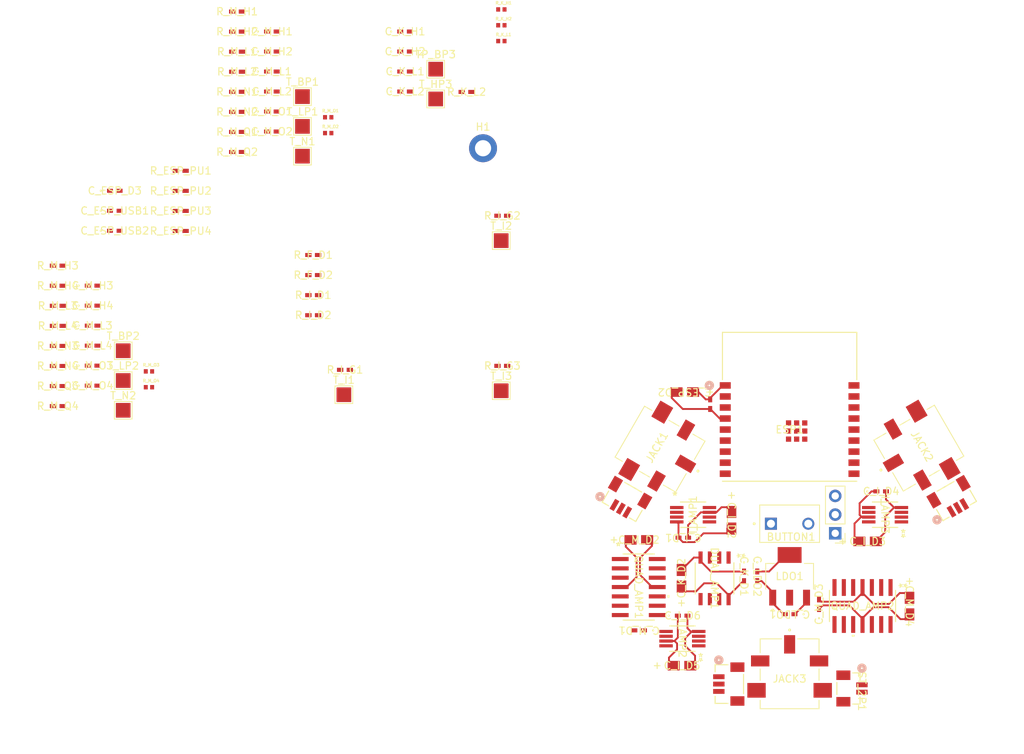
<source format=kicad_pcb>
(kicad_pcb (version 20240108) (generator "pcbnew") (generator_version "8.0")
  (layers (0 "F.Cu" signal) (1 "In1.Cu" signal) (2 "In2.Cu" signal) (31 "B.Cu" signal) (34 "B.Paste" user) (35 "F.Paste" user) (36 "B.SilkS" user "B.Silkscreen") (37 "F.SilkS" user "F.Silkscreen") (38 "B.Mask" user) (39 "F.Mask" user) (44 "Edge.Cuts" user))
  (net 0 "")
  (net 1 "Net-(LDO1-IN)")
  (net 2 "/power_reference1/BAT_+3.7V")
  (net 3 "+3.3V")
  (net 4 "GND")
  (net 5 "/ESP1/D+_G")
  (net 6 "/ESP1/D-_W")
  (net 7 "AMP_OUT3")
  (net 8 "Net-(C_K_H1-Pad2)")
  (net 9 "Net-(DUAL_AMP1-1IN+)")
  (net 10 "F_EKG1")
  (net 11 "Net-(C_K_L1-Pad2)")
  (net 12 "V_F_REF")
  (net 13 "Net-(DUAL_AMP1-2IN+)")
  (net 14 "Net-(QUAD_AMP1-3IN-)")
  (net 15 "Net-(C_M_H1-Pad1)")
  (net 16 "Net-(QUAD_AMP1-4IN+)")
  (net 17 "Net-(C_M_H3-Pad2)")
  (net 18 "Net-(QUAD_AMP2-4IN+)")
  (net 19 "Net-(QUAD_AMP2-3IN-)")
  (net 20 "Net-(C_M_L1-Pad1)")
  (net 21 "Net-(QUAD_AMP1-3IN+)")
  (net 22 "Net-(C_M_L3-Pad1)")
  (net 23 "Net-(QUAD_AMP2-3IN+)")
  (net 24 "Net-(QUAD_AMP1-1IN+)")
  (net 25 "Net-(QUAD_AMP1-4IN-)")
  (net 26 "Net-(QUAD_AMP1-1IN-)")
  (net 27 "Net-(QUAD_AMP1-2OUT)")
  (net 28 "Net-(QUAD_AMP2-4IN-)")
  (net 29 "Net-(QUAD_AMP2-1IN+)")
  (net 30 "Net-(QUAD_AMP2-2OUT)")
  (net 31 "Net-(QUAD_AMP2-1IN-)")
  (net 32 "Net-(DUAL_AMP1-1IN-)")
  (net 33 "LED_DATA2")
  (net 34 "/ESP1/BOOT1")
  (net 35 "LED_DATA3")
  (net 36 "F_EMG1")
  (net 39 "LED_DATA1")
  (net 40 "Net-(ESP1-EN)")
  (net 41 "F_EMG2")
  (net 42 "/amp_phase1/E-")
  (net 43 "Net-(I_AMP1-Rg-Pad8)")
  (net 44 "/amp_phase1/E+")
  (net 45 "V_I_REF")
  (net 46 "AMP_OUT1")
  (net 47 "Net-(I_AMP1-Rg-Pad1)")
  (net 48 "/amp_phase2/E-")
  (net 49 "/amp_phase2/E+")
  (net 50 "AMP_OUT2")
  (net 51 "Net-(I_AMP2-Rg-Pad8)")
  (net 52 "Net-(I_AMP2-Rg-Pad1)")
  (net 53 "/amp_phase3/E+")
  (net 54 "Net-(I_AMP3-Rg-Pad8)")
  (net 55 "Net-(I_AMP3-Rg-Pad1)")
  (net 56 "/amp_phase3/E-")
  (net 57 "Net-(QUAD_AMP1-2IN+)")
  (net 58 "Net-(QUAD_AMP2-2IN+)")
  (net 59 "BONE_REF")
  (net 60 "Net-(ESP1-IO9)")
  (net 61 "Net-(ESP1-IO8)")
  (footprint "Footprints:RC0402N_YAG-M" (layer "F.Cu") (at 37.220243 52.019402)
    (property "Reference" "R_ESP_PU1")
    (property "Value" "RC0402FR-0710KL")
  )
  (footprint "Footprints:RC0402N_YAG-M" (layer "F.Cu") (at 20.510243 70.373802)
    (property "Reference" "R_M_L3")
    (property "Value" "RC0402FR-071K5L")
  )
  (footprint "Footprints:RESC1005X40N" (layer "F.Cu") (at 32.898843 79.290802)
    (property "Reference" "R_M_O3")
    (property "Value" "RC0402FR-072K61L")
  )
  (footprint "Footprints:RC0402N_YAG-M" (layer "F.Cu") (at 44.880243 46.732602)
    (property "Reference" "R_M_Q1")
    (property "Value" "RC0402FR-0710KL")
  )
  (footprint "Footprints:RC0402N_YAG-M" (layer "F.Cu") (at 44.880243 30.369402)
    (property "Reference" "R_M_H1")
    (property "Value" "RC0402FR-0721KL")
  )
  (footprint "TestPoint:TestPoint_Pad_2.0x2.0mm" (layer "F.Cu") (at 53.768843 45.980802)
    (property "Reference" "T_LP1")
    (property "Value" "TestPoint")
  )
  (footprint "TestPoint:TestPoint_Pad_2.0x2.0mm" (layer "F.Cu") (at 71.878843 42.250802)
    (property "Reference" "T_HP3")
    (property "Value" "TestPoint")
  )
  (footprint "Footprints:CAP_CL05_SAM-M" (layer "F.Cu") (at 25.233243 67.634602)
    (property "Reference" "C_M_H3")
    (property "Value" "CL05A105KO5NNNC")
  )
  (footprint "Footprints:CAP_CL05_SAM-M" (layer "F.Cu") (at 124 110.9456 90)
    (property "Reference" "C_M_D3")
    (property "Value" "CL05B104KO5NNNC")
  )
  (footprint "Footprints:RC0402N_YAG-M" (layer "F.Cu") (at 44.880243 44.005402)
    (property "Reference" "R_M_N2")
    (property "Value" "RC0402FR-07100KL")
  )
  (footprint "Footprints:CAP_CL05_SAM-M" (layer "F.Cu") (at 49.603243 35.803802)
    (property "Reference" "C_M_H2")
    (property "Value" "CL05A105KO5NNNC")
  )
  (footprint "Footprints:CAP_CL05_SAM-M" (layer "F.Cu") (at 105.5456 101.9 180)
    (property "Reference" "C_I_D1")
    (property "Value" "CL05B104KO5NNNC")
  )
  (footprint "Footprints:CAP_CL05_SAM-M" (layer "F.Cu") (at 49.603243 43.961402)
    (property "Reference" "C_M_O1")
    (property "Value" "CL05A105KO5NNNC")
  )
  (footprint "Footprints:RC0402N_YAG-M" (layer "F.Cu") (at 20.510243 67.646602)
    (property "Reference" "R_M_H4")
    (property "Value" "RC0402FR-0745K3L")
  )
  (footprint "Footprints:CONN_BM02B-SRSS-TB_JST" (layer "F.Cu") (at 128 122.4 -90)
    (property "Reference" "JST_2P1")
    (property "Value" "BM02B-SRSS-TB LFSN")
  )
  (footprint "Footprints:CAPMP3.4X1.6_1.8N_KEM-M" (layer "F.Cu") (at 99.5 102.2)
    (property "Reference" "C_M_D2")
    (property "Value" "T491A685K016AT")
  )
  (footprint "Connector_PinHeader_2.54mm:PinHeader_1x03_P2.54mm_Vertical" (layer "F.Cu") (at 126.2 101.3 180)
    (property "Reference" "USB_RAW1" (hide yes))
    (property "Value" "USB_RAW")
  )
  (footprint "Footprints:RC0402N_YAG-M" (layer "F.Cu") (at 20.510243 84.009802)
    (property "Reference" "R_M_Q4")
    (property "Value" "RC0402FR-0710KL")
  )
  (footprint "Footprints:D14-M" (layer "F.Cu") (at 129.91 111.1854 -90)
    (property "Reference" "QUAD_AMP2")
    (property "Value" "TLV2464CDR")
  )
  (footprint "TestPoint:TestPoint_Pad_2.0x2.0mm" (layer "F.Cu") (at 29.398843 80.530802)
    (property "Reference" "T_LP2")
    (property "Value" "TestPoint")
  )
  (footprint "Footprints:RC0402N_YAG-M" (layer "F.Cu") (at 37.220243 54.746602)
    (property "Reference" "R_ESP_PU2")
    (property "Value" "RC0402FR-0710KL")
  )
  (footprint "Footprints:CAP_CL05_SAM-M" (layer "F.Cu") (at 49.603243 41.242202)
    (property "Reference" "C_M_L2")
    (property "Value" "CL05B104KO5NNNC")
  )
  (footprint "Footprints:CAPMP3.4X1.6_1.8N_KEM-M" (layer "F.Cu") (at 105.3 107.4146 90)
    (property "Reference" "C_K_D2")
    (property "Value" "T491A685K016AT")
  )
  (footprint "Footprints:CAP_CL05_SAM-M" (layer "F.Cu") (at 28.253243 60.173002)
    (property "Reference" "C_ESP_USB2")
    (property "Value" "CL05C220JB5NNNC")
  )
  (footprint "Footprints:RESC1005X40N" (layer "F.Cu") (at 80.808843 34.380802)
    (property "Reference" "R_K_L1")
    (property "Value" "RC0402FR-0741K2L")
  )
  (footprint "TestPoint:TestPoint_Pad_2.0x2.0mm" (layer "F.Cu") (at 71.878843 38.200802)
    (property "Reference" "TP_BP3")
    (property "Value" "TestPoint")
  )
  (footprint "Footprints:CONN_BM03B-SRSS-TBLFSN_JST" (layer "F.Cu") (at 142.156441 96.599683 -150)
    (property "Reference" "JST_3P2" (hide yes))
    (property "Value" "BM03B-SRSS-TBLFSN")
  )
  (footprint "Footprints:CAP_CL05_SAM-M" (layer "F.Cu") (at 67.713243 33.084602)
    (property "Reference" "C_K_H1")
    (property "Value" "CL05A105KO5NNNC")
  )
  (footprint "Footprints:RC0402N_YAG-M" (layer "F.Cu") (at 37.220243 57.473802)
    (property "Reference" "R_ESP_PU3")
    (property "Value" "RC0402FR-0710KL")
  )
  (footprint "Footprints:CAPMP3.4X1.6_1.8N_KEM-M" (layer "F.Cu") (at 105.7485 82.1 180)
    (property "Reference" "C_ESP_D2")
    (property "Value" "T491A106K010AT")
  )
  (footprint "MountingHole:MountingHole_2.2mm_M2_ISO14580_Pad_TopBottom" (layer "F.Cu") (at 78.318843 48.950802)
    (property "Reference" "H1")
    (property "Value" "MountingHole")
  )
  (footprint "Footprints:RC0402N_YAG-M" (layer "F.Cu") (at 44.880243 33.096602)
    (property "Reference" "R_M_H2")
    (property "Value" "RC0402FR-0745K3L")
  )
  (footprint "TestPoint:TestPoint_Pad_2.0x2.0mm" (layer "F.Cu") (at 59.398843 82.460802)
    (property "Reference" "T_I1")
    (property "Value" "TestPoint")
  )
  (footprint "Footprints:RESC1005X40N" (layer "F.Cu") (at 80.808843 30.080802)
    (property "Reference" "R_K_H1")
    (property "Value" "RC0402FR-07549KL")
  )
  (footprint "Footprints:RC0402N_YAG-M" (layer "F.Cu") (at 44.880243 41.278202)
    (property "Reference" "R_M_N1")
    (property "Value" "RC0402FR-07100KL")
  )
  (footprint "Footprints:CAPMP3.4X1.6_1.8N_KEM-M" (layer "F.Cu") (at 105.36904 119.3)
    (property "Reference" "C_I_D5")
    (property "Value" "T491A106K010AT")
  )
  (footprint "Footprints:RC0402N_YAG-M" (layer "F.Cu") (at 20.510243 75.828202)
    (property "Reference" "R_M_N3")
    (property "Value" "RC0402FR-07100KL")
  )
  (footprint "Footprints:CAP_CL05_SAM-M" (layer "F.Cu") (at 132.4456 95.6)
    (property "Reference" "C_I_D4")
    (property "Value" "CL05B104KO5NNNC")
  )
  (footprint "Footprints:CUI_SJ1-42534-SMT-TR" (layer "F.Cu") (at 120 120.4 90)
    (property "Reference" "JACK3")
    (property "Value" "SJ1-42534-SMT-TR")
  )
  (footprint "Footprints:CAP_CL05_SAM-M" (layer "F.Cu") (at 113.8 107.1544 -90)
    (property "Reference" "C_K_D1")
    (property "Value" "CL05B104KO5NNNC")
  )
  (footprint "Footprints:CONN_BM03B-SRSS-TBLFSN_JST" (layer "F.Cu") (at 111.803401 121.8 90)
    (property "Reference" "JST_3P3" (hide yes))
    (property "Value" "BM03B-SRSS-TBLFSN")
  )
  (footprint "Footprints:RC0402N_YAG-M" (layer "F.Cu") (at 55.230243 68.923802)
    (property "Reference" "R_I_D1")
    (property "Value" "RC0402FR-07100KL")
  )
  (footprint "Footprints:RM_8_ADI-M" (layer "F.Cu") (at 105.4225 115.625001 180)
    (property "Reference" "I_AMP2")
    (property "Value" "AD623ARMZ")
  )
  (footprint "Footprints:RC0402N_YAG-M" (layer "F.Cu") (at 20.510243 73.101002)
    (property "Reference" "R_M_L4")
    (property "Value" "RC0402FR-073K01L")
  )
  (footprint "Footprints:RC0402N_YAG-M" (layer "F.Cu") (at 55.230243 63.469402)
    (property "Reference" "R_F_D1")
    (property "Value" "RC0402FR-0710KL")
  )
  (footprint "Footprints:CAPMP3.4X1.6_1.8N_KEM-M" (layer "F.Cu") (at 112.1 99.53096 -90)
    (property "Reference" "C_I_D2")
    (property "Value" "T491A106K010AT")
  )
  (footprint "Footprints:CAP_CL05_SAM-M" (layer "F.Cu") (at 25.233243 78.511402)
    (property "Reference" "C_M_O3")
    (property "Value" "CL05A105KO5NNNC")
  )
  (footprint "Footprints:RESC1005X40N" (layer "F.Cu") (at 32.898843 81.440802)
    (property "Reference" "R_M_O4")
    (property "Value" "RC0402FR-072K61L")
  )
  (footprint "Footprints:CUI_SJ1-42534-SMT-TR" (layer "F.Cu") (at 137.56843 89.724683 -150)
    (property "Reference" "JACK2")
    (property "Value" "SJ1-42534-SMT-TR")
  )
  (footprint "Footprints:RC0402N_YAG-M" (layer "F.Cu") (at 55.230243 71.651002)
    (property "Reference" "R_I_D2")
    (property "Value" "RC0402FR-07100KL")
  )
  (footprint "Footprints:CAP_CL05_SAM-M" (layer "F.Cu") (at 49.603243 46.680602)
    (property "Reference" "C_M_O2")
    (property "Value" "CL05A105KO5NNNC")
  )
  (footprint "Footprints:RC0402N_YAG-M" (layer "F.Cu") (at 20.510243 78.555402)
    (property "Reference" "R_M_N4")
    (property "Value" "RC0402FR-07100KL")
  )
  (footprint "Footprints:CAP_CL05_SAM-M" (layer "F.Cu") (at 25.233243 70.353802)
    (property "Reference" "C_M_H4")
    (property "Value" "CL05A105KO5NNNC")
  )
  (footprint "TestPoint:TestPoint_Pad_2.0x2.0mm" (layer "F.Cu") (at 80.788843 61.510802)
    (property "Reference" "T_I2")
    (property "Value" "TestPoint")
  )
  (footprint "Footprints:CAP_CL05_SAM-M" (layer "F.Cu") (at 67.713243 38.523002)
    (property "Reference" "C_K_L1")
    (property "Value" "CL05A474KP5NNNC")
  )
  (footprint "Footprints:RC0402N_YAG-M" (layer "F.Cu") (at 44.880243 38.551002)
    (property "Reference" "R_M_L2")
    (property "Value" "RC0402FR-073K01L")
  )
  (footprint "Footprints:CAP_CL05_SAM-M" (layer "F.Cu") (at 115.6 107.1456 -90)
    (property "Reference" "C_LDO2")
    (property "Value" "CL05A105KO5NNNC")
  )
  (footprint "Footprints:CAP_CL05_SAM-M" (layer "F.Cu") (at 105.4544 112.5)
    (property "Reference" "C_I_D6")
    (property "Value" "CL05B104KO5NNNC")
  )
  (footprint "Footprints:CAPMP3.4X1.6_1.8N_KEM-M" (layer "F.Cu") (at 130.6 102.4)
    (property "Reference" "C_I_D3")
    (property "Value" "T491A106K010AT")
  )
  (footprint "Footprints:CAP_CL05_SAM-M" (layer "F.Cu") (at 25.233243 75.792202)
    (property "Reference" "C_M_L4")
    (property "Value" "CL05B104KO5NNNC")
  )
  (footprint "Footprints:CAP_CL05_SAM-M" (layer "F.Cu") (at 109.2 83.7456 -90)
    (property "Reference" "C_ESP_D1" (hide yes))
    (property "Value" "CL05B104KO5NNNC")
  )
  (footprint "Footprints:RC0402N_YAG-M" (layer "F.Cu") (at 44.880243 35.823802)
    (property "Reference" "R_M_L1")
    (property "Value" "RC0402FR-071K5L")
  )
  (footprint "Footprints:CAP_CL05_SAM-M" (layer "F.Cu") (at 25.233243 81.230602)
    (property "Reference" "C_M_O4")
    (property "Value" "CL05A105KO5NNNC")
  )
  (footprint "Footprints:RC0402N_YAG-M" (layer "F.Cu") (at 20.510243 64.919402)
    (property "Reference" "R_M_H3")
    (property "Value" "RC0402FR-0721KL")
  )
  (footprint "TestPoint:TestPoint_Pad_2.0x2.0mm" (layer "F.Cu") (at 29.398843 76.480802)
    (property "Reference" "T_BP2")
    (property "Value" "TestPoint")
  )
  (footprint "Footprints:CAP_CL05_SAM-M" (layer "F.Cu") (at 49.603243 38.523002)
    (property "Reference" "C_M_L1")
    (property "Value" "CL05B224KO5NNNC")
  )
  (footprint "Footprints:RC0402N_YAG-M" (layer "F.Cu") (at 59.550243 79.079402)
    (property "Reference" "R_I_G1")
    (property "Value" "RC0402FR-07150RL")
  )
  (footprint "Footprints:CONN_BM03B-SRSS-TBLFSN_JST" (layer "F.Cu") (at 97.765772 96.710581 150)
    (property "Reference" "JST_3P1" (hide yes))
    (property "Value" "BM03B-SRSS-TBLFSN")
  )
  (footprint "Footprints:SW_PMS9P1B10M2QE" (layer "F.Cu") (at 120 100)
    (property "Reference" "BUTTON1")
    (property "Value" "PMS9P1B10M2QE")
  )
  (footprint "Footprints:RC0402N_YAG-M" (layer "F.Cu") (at 80.940243 58.129402)
    (property "Reference" "R_I_G2")
    (property "Value" "RC0402FR-07150RL")
  )
  (footprint "Footprints:CUI_SJ1-42534-SMT-TR" (layer "F.Cu") (at 102.384456 89.860898 -30)
    (property "Reference" "JACK1")
    (property "Value" "SJ1-42534-SMT-TR")
  )
  (footprint "Footprints:CAP_CL05_SAM-M" (layer "F.Cu") (at 49.603243 33.084602)
    (property "Reference" "C_M_H1")
    (property "Value" "CL05A105KO5NNNC")
  )
  (footprint "Footprints:RC0402N_YAG-M" (layer "F.Cu") (at 55.230243 66.196602)
    (property "Reference" "R_F_D2")
    (property "Value" "RC0402FR-0710KL")
  )
  (footprint "Footprints:RC0402N_YAG-M" (layer "F.Cu") (at 80.940243 78.539402)
    (property "Reference" "R_I_G3")
    (property "Value" "RC0402FR-07150RL")
  )
  (footprint "Footprints:D14-M" (layer "F.Cu") (at 99.4854 108.61)
    (property "Reference" "QUAD_AMP1")
    (property "Value" "TLV2464CDR")
  )
  (footprint "TestPoint:TestPoint_Pad_2.0x2.0mm" (layer "F.Cu") (at 29.398843 84.580802)
    (property "Reference" "T_N2")
    (property "Value" "TestPoint")
  )
  (footprint "Footprints:RESC1005X40N" (layer "F.Cu") (at 80.808843 32.230802)
    (property "Reference" "R_K_H2")
    (property "Value" "RC0402FR-07732KL")
  )
  (footprint "Footprints:CAP_CL05_SAM-M" (layer "F.Cu") (at 67.713243 35.803802)
    (property "Reference" "C_K_H2")
    (property "Value" "CL05A105KO5NNNC")
  )
  (footprint "Footprints:VREG_TLV1117LV33DCYR" (layer "F.Cu") (at 120 107.15 90)
    (property "Reference" "LDO1")
    (property "Value" "TLV1117LV33DCYR")
  )
  (footprint "Footprints:RM_8_ADI-M" (layer "F.Cu") (at 106.8775 98.774999)
    (property "Reference" "I_AMP1")
    (property "Value" "AD623ARMZ")
  )
  (footprint "Footprints:CAP_CL05_SAM-M" (layer "F.Cu") (at 67.713243 41.242202)
    (property "Reference" "C_K_L2")
    (property "Value" "CL05A334KA5NNNC")
  )
  (footprint "Footprints:RESC1005X40N" (layer "F.Cu") (at 57.268843 44.740802)
    (property "Reference" "R_M_O1")
    (property "Value" "RC0402FR-072K61L")
  )
  (footprint "Footprints:CAP_CL05_SAM-M" (layer "F.Cu") (at 28.253243 54.734602)
    (property "Reference" "C_ESP_D3")
    (property "Value" "CL05A105KO5NNNC")
  )
  (footprint "Footprints:CAP_CL05_SAM-M" (layer "F.Cu") (at 28.253243 57.453802)
    (property "Reference" "C_ESP_USB1")
    (property "Value" "CL05C220JB5NNNC")
  )
  (footprint "Footprints:RC0402N_YAG-M" (layer "F.Cu") (at 44.880243 49.459802)
    (property "Reference" "R_M_Q2")
    (property "Value" "RC0402FR-0710KL")
  )
  (footprint "Footprints:RC0402N_YAG-M" (layer "F.Cu") (at 37.220243 60.201002)
    (property "Reference" "R_ESP_PU4")
    (property "Value" "RC0402FR-0710KL")
  )
  (footprint "Footprints:CAP_CL05_SAM-M" (layer "F.Cu") (at 25.233243 73.073002)
    (property "Reference" "C_M_L3")
    (property "Value" "CL05B224KO5NNNC")
  )
  (footprint "Footprints:CAP_CL05_SAM-M" (layer "F.Cu") (at 99.5456 114.5 180)
    (property "Reference" "C_M_D1")
    (property "Value" "CL05B104KO5NNNC")
  )
  (footprint "Footprints:D8-M" (layer "F.Cu") (at 109.795 107.42575 -90)
    (property "Reference" "DUAL_AMP1")
    (property "Value" "TLV2462AIDR")
  )
  (footprint "Footprints:IC18_ESP32-C3-WROOM-02-N4_EXP" (layer "F.Cu") (at 120 84.105087)
    (property "Reference" "ESP1")
    (property "Value" "ESP32-C3-WROOM-02-N4")
  )
  (footprint "TestPoint:TestPoint_Pad_2.0x2.0mm" (layer "F.Cu") (at 53.768843 50.030802)
    (property "Reference" "T_N1")
    (property "Value" "TestPoint")
  )
  (footprint "Footprints:RC0402N_YAG-M" (layer "F.Cu") (at 76.080243 41.299402)
    (property "Reference" "R_K_L2")
    (property "Value" "RC0402FR-0788K7L")
  )
  (footprint "Footprints:RESC1005X40N" (layer "F.Cu") (at 57.268843 46.890802)
    (property "Reference" "R_M_O2")
    (property "Value" "RC0402FR-072K61L")
  )
  (footprint "Footprints:RC0402N_YAG-M" (layer "F.Cu") (at 20.510243 81.282602)
    (property "Reference" "R_M_Q3")
    (property "Value" "RC0402FR-0710KL")
  )
  (footprint "TestPoint:TestPoint_Pad_2.0x2.0mm" (layer "F.Cu") (at 80.788843 81.920802)
    (property "Reference" "T_I3")
    (property "Value" "TestPoint")
  )
  (footprint "Footprints:CAP_CL05_SAM-M" (layer "F.Cu") (at 120 112.3 180)
    (property "Reference" "C_LDO1")
    (property "Value" "CL05A105KO5NNNC")
  )
  (footprint "Footprints:CAPMP3.4X1.6_1.8N_KEM-M" (layer "F.Cu") (at 136.3 111.2 -90)
    (property "Reference" "C_M_D4")
    (property "Value" "T491A685K016AT")
  )
  (footprint "Footprints:RM_8_ADI-M" (layer "F.Cu") (at 132.9775 98.774999 180)
    (property "Reference" "I_AMP3")
    (property "Value" "AD623ARMZ")
  )
  (footprint "TestPoint:TestPoint_Pad_2.0x2.0mm" (layer "F.Cu") (at 53.768843 41.930802)
    (property "Reference" "T_BP1")
    (property "Value" "TestPoint")
  )
  (segment (start 120.6544 112.3) (end 120.7 112.3) (width 0.25) (layer "F.Cu") (net 1))
  (segment (start 122.3 110.7) (end 122.3 110.05) (width 0.25) (layer "F.Cu") (net 1))
  (segment (start 120.7 112.3) (end 122.3 110.7) (width 0.25) (layer "F.Cu") (net 1))
  (segment (start 128.7 110.6) (end 129.91 109.39) (width 0.25) (layer "F.Cu") (net 3))
  (segment (start 129.8156 99.1) (end 130.755 99.1) (width 0.25) (layer "F.Cu") (net 3))
  (segment (start 105.3 108.54556) (end 105.943237 109.188797) (width 0.25) (layer "F.Cu") (net 3))
  (segment (start 129.5156 97.2212) (end 129.5156 98.8) (width 0.25) (layer "F.Cu") (net 3))
  (segment (start 131.4 110.9) (end 129.91 109.41) (width 0.25) (layer "F.Cu") (net 3))
  (segment (start 110.050002 98.449998) (end 109.1 98.449998) (width 0.25) (layer "F.Cu") (net 3))
  (segment (start 108.374397 108.1) (end 110.10095 108.1) (width 0.25) (layer "F.Cu") (net 3))
  (segment (start 111.7 109.8) (end 111.7 110.2515) (width 0.25) (layer "F.Cu") (net 3))
  (segment (start 110.9062 81.2) (end 109.2 82.9062) (width 0.25) (layer "F.Cu") (net 3))
  (segment (start 113.6912 107.8088) (end 111.7 109.8) (width 0.25) (layer "F.Cu") (net 3))
  (segment (start 111.7 109.69905) (end 111.7 110.2515) (width 0.25) (layer "F.Cu") (net 3))
  (segment (start 107.9356 98.449998) (end 109.1 98.449998) (width 0.25) (layer "F.Cu") (net 3))
  (segment (start 124 110.2912) (end 124.3088 110.6) (width 0.25) (layer "F.Cu") (net 3))
  (segment (start 119.45 104.25) (end 117.2088 106.4912) (width 0.25) (layer "F.Cu") (net 3))
  (segment (start 112.1 98.4) (end 112.094216 98.4) (width 0.25) (layer "F.Cu") (net 3))
  (segment (start 129.91 109.41) (end 129.91 108.6708) (width 0.25) (layer "F.Cu") (net 3))
  (segment (start 117.2088 106.4912) (end 115.6 106.4912) (width 0.25) (layer "F.Cu") (net 3))
  (segment (start 97.725803 103.125803) (end 99.2 104.6) (width 0.25) (layer "F.Cu") (net 3))
  (segment (start 106.2 100.185598) (end 107.9356 98.449998) (width 0.25) (layer "F.Cu") (net 3))
  (segment (start 104.330298 115.950002) (end 103.2 115.950002) (width 0.25) (layer "F.Cu") (net 3))
  (segment (start 104.23808 119.3) (end 103.594843 118.656763) (width 0.25) (layer "F.Cu") (net 3))
  (segment (start 108.5912 83.0912) (end 109.2 83.0912) (width 0.25) (layer "F.Cu") (net 3))
  (segment (start 111.25 81.2) (end 110.9062 81.2) (width 0.25) (layer "F.Cu") (net 3))
  (segment (start 128.825803 99.974197) (end 129.7 99.1) (width 0.25) (layer "F.Cu") (net 3))
  (segment (start 107.2856 109.188797) (end 108.374397 108.1) (width 0.25) (layer "F.Cu") (net 3))
  (segment (start 97.8344 108.61) (end 96.9708 108.61) (width 0.25) (layer "F.Cu") (net 3))
  (segment (start 129.46904 102.4) (end 128.825803 101.756763) (width 0.25) (layer "F.Cu") (net 3))
  (segment (start 99.2 104.6) (end 99.2 107.2444) (width 0.25) (layer "F.Cu") (net 3))
  (segment (start 103.594843 118.205157) (end 104.7 117.1) (width 0.25) (layer "F.Cu") (net 3))
  (segment (start 107.6 82.1) (end 108.5912 83.0912) (width 0.25) (layer "F.Cu") (net 3))
  (segment (start 113.8 107.8088) (end 113.6912 107.8088) (width 0.25) (layer "F.Cu") (net 3))
  (segment (start 128.825803 101.756763) (end 128.825803 99.974197) (width 0.25) (layer "F.Cu") (net 3))
  (segment (start 107 109.188797) (end 107.2856 109.188797) (width 0.25) (layer "F.Cu") (net 3))
  (segment (start 131.7912 95.6) (end 131.1368 95.6) (width 0.25) (layer "F.Cu") (net 3))
  (segment (start 97.725803 102.843237) (end 97.725803 103.125803) (width 0.25) (layer "F.Cu") (net 3))
  (segment (start 104.7 116.285602) (end 104.3644 115.950002) (width 0.25) (layer "F.Cu") (net 3))
  (segment (start 104.3644 115.950002) (end 103.2 115.950002) (width 0.25) (layer "F.Cu") (net 3))
  (segment (start 106.87946 82.1) (end 107.6 82.1) (width 0.25) (layer "F.Cu") (net 3))
  (segment (start 134.974197 109.425803) (end 133.5 110.9) (width 0.25) (layer "F.Cu") (net 3))
  (segment (start 129.5156 98.8) (end 129.8156 99.1) (width 0.25) (layer "F.Cu") (net 3))
  (segment (start 110.743237 97.756763) (end 110.050002 98.449998) (width 0.25) (layer "F.Cu") (net 3))
  (segment (start 104.8 115.4803) (end 104.330298 115.950002) (width 0.25) (layer "F.Cu") (net 3))
  (segment (start 124.3088 110.6) (end 128.7 110.6) (width 0.25) (layer "F.Cu") (net 3))
  (segment (start 106.2 101.9) (end 106.2 100.185598) (width 0.25) (layer "F.Cu") (net 3))
  (segment (start 103.594843 118.656763) (end 103.594843 118.205157) (width 0.25) (layer "F.Cu") (net 3))
  (segment (start 129.91 109.39) (end 129.91 108.6708) (width 0.25) (layer "F.Cu") (net 3))
  (segment (start 104.8 112.5) (end 104.8 115.4803) (width 0.25) (layer "F.Cu") (net 3))
  (segment (start 109.2 82.9062) (end 109.2 83.0912) (width 0.25) (layer "F.Cu") (net 3))
  (segment (start 111.450979 97.756763) (end 110.743237 97.756763) (width 0.25) (layer "F.Cu") (net 3))
  (segment (start 133.5 110.9) (end 131.4 110.9) (width 0.25) (layer "F.Cu") (net 3))
  (segment (start 110.10095 108.1) (end 111.7 109.69905) (width 0.25) (layer "F.Cu") (net 3))
  (segment (start 120 104.25) (end 119.45 104.25) (width 0.25) (layer "F.Cu") (net 3))
  (segment (start 135.656763 109.425803) (end 134.974197 109.425803) (width 0.25) (layer "F.Cu") (net 3))
  (segment (start 105.943237 109.188797) (end 107 109.188797) (width 0.25) (layer "F.Cu") (net 3))
  (segment (start 131.1368 95.6) (end 129.5156 97.2212) (width 0.25) (layer "F.Cu") (net 3))
  (segment (start 107 109.188797) (end 106.9 109.188797) (width 0.25) (layer "F.Cu") (net 3))
  (segment (start 104.7 117.1) (end 104.7 116.285602) (width 0.25) (layer "F.Cu") (net 3))
  (segment (start 112.094216 98.4) (end 111.450979 97.756763) (width 0.25) (layer "F.Cu") (net 3))
  (segment (start 98.36904 102.2) (end 97.725803 102.843237) (width 0.25) (layer "F.Cu") (net 3))
  (segment (start 129.7 99.1) (end 130.755 99.1) (width 0.25) (layer "F.Cu") (net 3))
  (segment (start 99.2 107.2444) (end 97.8344 108.61) (width 0.25) (layer "F.Cu") (net 3))
  (segment (start 136.3 110.06904) (end 135.656763 109.425803) (width 0.25) (layer "F.Cu") (net 3))
  (segment (start 119.3456 112.3) (end 119.2 112.3) (width 0.25) (layer "F.Cu") (net 4))
  (segment (start 99.65 104.65) (end 99.65 106.95) (width 0.25) (layer "F.Cu") (net 4))
  (segment (start 115.6 107.8) (end 116.2 107.8) (width 0.25) (layer "F.Cu") (net 4))
  (segment (start 105.4916 102.5004) (end 104.8912 101.9) (width 0.25) (layer "F.Cu") (net 4))
  (segment (start 119.2 112.3) (end 117.7 110.8) (width 0.25) (layer "F.Cu") (net 4))
  (segment (start 117.7 110.8) (end 117.7 110.05) (width 0.25) (layer "F.Cu") (net 4))
  (segment (start 133.1 95.6) (end 133.1 96.7) (width 0.25) (layer "F.Cu") (net 4))
  (segment (start 106.550002 114.650002) (end 107.645 114.650002) (width 0.25) (layer "F.Cu") (net 4))
  (segment (start 129.8364 112.8364) (end 129.91 112.8364) (width 0.25) (layer "F.Cu") (net 4))
  (segment (start 133 101.13096) (end 133 99) (width 0.25) (layer "F.Cu") (net 4))
  (segment (start 109.29875 106.5) (end 107.89 105.09125) (width 0.25) (layer "F.Cu") (net 4))
  (segment (start 104.8912 99.986198) (end 104.655 99.749998) (width 0.25) (layer "F.Cu") (net 4))
  (segment (start 101.31 108.61) (end 102 108.61) (width 0.25) (layer "F.Cu") (net 4))
  (segment (start 134.2 97.8) (end 135.2 97.8) (width 0.25) (layer "F.Cu") (net 4))
  (segment (start 111.450979 101.305157) (end 108.294843 101.305157) (width 0.25) (layer "F.Cu") (net 4))
  (segment (start 107.143237 118.656763) (end 107.143237 117.943237) (width 0.25) (layer "F.Cu") (net 4))
  (segment (start 106.1088 112.5) (end 106.1088 114.2088) (width 0.25) (layer "F.Cu") (net 4))
  (segment (start 103.974303 82.743237) (end 103.974303 82.900976) (width 0.25) (layer "F.Cu") (net 4))
  (segment (start 112.1 100.66192) (end 111.524201 100.66192) (width 0.25) (layer "F.Cu") (net 4))
  (segment (start 117.7 109.3) (end 117.7 110.05) (width 0.25) (layer "F.Cu") (net 4))
  (segment (start 101.274197 102.843237) (end 101.274197 103.025803) (width 0.25) (layer "F.Cu") (net 4))
  (segment (start 103.974303 82.900976) (end 105.473327 84.4) (width 0.25) (layer "F.Cu") (net 4))
  (segment (start 110.500001 85.700001) (end 111.25 85.700001) (width 0.25) (layer "F.Cu") (net 4))
  (segment (start 109.2 84.4) (end 110.500001 85.700001) (width 0.25) (layer "F.Cu") (net 4))
  (segment (start 124.5 111.1) (end 128.1 111.1) (width 0.25) (layer "F.Cu") (net 4))
  (segment (start 106.7 114.650002) (end 107.645 114.650002) (width 0.25) (layer "F.Cu") (net 4))
  (segment (start 106.98364 104.6) (end 107.89 104.6) (width 0.25) (layer "F.Cu") (net 4))
  (segment (start 111.524201 101.231935) (end 111.450979 101.305157) (width 0.25) (layer "F.Cu") (net 4))
  (segment (start 128.1 111.1) (end 129.8364 112.8364) (width 0.25) (layer "F.Cu") (net 4))
  (segment (start 113.8 106.5) (end 109.29875 106.5) (width 0.25) (layer "F.Cu") (net 4))
  (segment (start 131.3964 111.35) (end 129.91 112.8364) (width 0.25) (layer "F.Cu") (net 4))
  (segment (start 135.656763 112.974197) (end 135.066597 112.974197) (width 0.25) (layer "F.Cu") (net 4))
  (segment (start 106.5 119.3) (end 107.143237 118.656763) (width 0.25) (layer "F.Cu") (net 4))
  (segment (start 133.1 96.7) (end 134.2 97.8) (width 0.25) (layer "F.Cu") (net 4))
  (segment (start 105.3 106.28364) (end 106.98364 104.6) (width 0.25) (layer "F.Cu") (net 4))
  (segment (start 107.143237 117.943237) (end 105.8 116.6) (width 0.25) (layer "F.Cu") (net 4))
  (segment (start 116.2 107.8) (end 117.7 109.3) (width 0.25) (layer "F.Cu") (net 4))
  (segment (start 105.8 115.550002) (end 106.7 114.650002) (width 0.25) (layer "F.Cu") (net 4))
  (segment (start 129.91 112.8364) (end 129.91 113.7) (width 0.25) (layer "F.Cu") (net 4))
  (segment (start 133.4424 111.35) (end 131.3964 111.35) (width 0.25) (layer "F.Cu") (net 4))
  (segment (start 99.65 106.95) (end 101.31 108.61) (width 0.25) (layer "F.Cu") (net 4))
  (segment (start 106.1088 114.2088) (end 106.550002 114.650002) (width 0.25) (layer "F.Cu") (net 4))
  (segment (start 104.61754 82.1) (end 103.974303 82.743237) (width 0.25) (layer "F.Cu") (net 4))
  (segment (start 107.0996 102.5004) (end 105.4916 102.5004) (width 0.25) (layer "F.Cu") (net 4))
  (segment (start 136.3 112.33096) (end 135.656763 112.974197) (width 0.25) (layer "F.Cu") (net 4))
  (segment (start 131.73096 102.4) (end 133 101.13096) (width 0.25) (layer "F.Cu") (net 4))
  (segment (start 124 111.6) (end 124.5 111.1) (width 0.25) (layer "F.Cu") (net 4))
  (segment (start 133 99) (end 134.2 97.8) (width 0.25) (layer "F.Cu") (net 4))
  (segment (start 105.473327 84.4) (end 109.2 84.4) (width 0.25) (layer "F.Cu") (net 4))
  (segment (start 135.066597 112.974197) (end 133.4424 111.35) (width 0.25) (layer "F.Cu") (net 4))
  (segment (start 105.8 116.6) (end 105.8 115.550002) (width 0.25) (layer "F.Cu") (net 4))
  (segment (start 100.63096 102.2) (end 101.274197 102.843237) (width 0.25) (layer "F.Cu") (net 4))
  (segment (start 108.294843 101.305157) (end 107.0996 102.5004) (width 0.25) (layer "F.Cu") (net 4))
  (segment (start 104.8912 101.9) (end 104.8912 99.986198) (width 0.25) (layer "F.Cu") (net 4))
  (segment (start 111.524201 100.66192) (end 111.524201 101.231935) (width 0.25) (layer "F.Cu") (net 4))
  (segment (start 101.274197 103.025803) (end 99.65 104.65) (width 0.25) (layer "F.Cu") (net 4))
  (segment (start 107.89 105.09125) (end 107.89 104.6) (width 0.25) (layer "F.Cu") (net 4))
)
</source>
